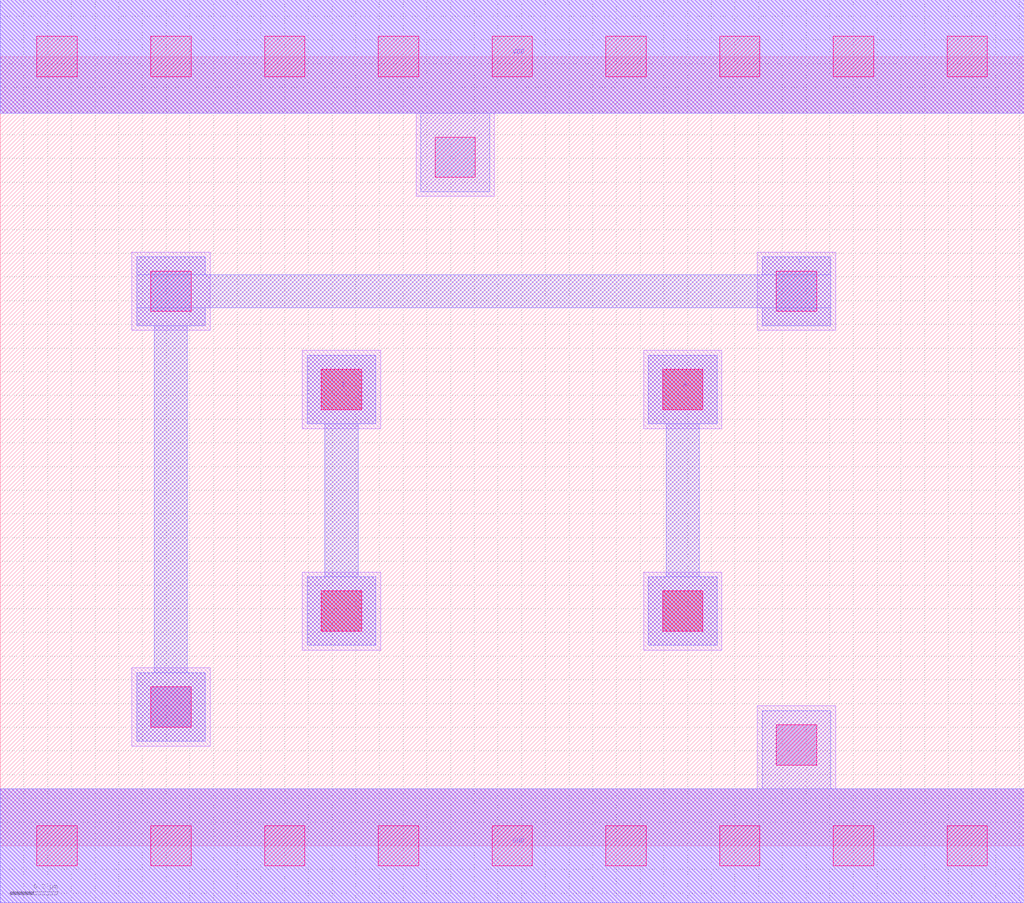
<source format=lef>
MACRO NAND2X1
 CLASS CORE ;
 FOREIGN NAND2X1 0 0 ;
 SIZE 4.32 BY 3.33 ;
 ORIGIN 0 0 ;
 SYMMETRY X Y R90 ;
 SITE unit ;
  PIN VDD
   DIRECTION INOUT ;
   USE POWER ;
   SHAPE ABUTMENT ;
    PORT
     CLASS CORE ;
       LAYER li1 ;
        RECT 0.00000000 3.09000000 4.32000000 3.57000000 ;
       LAYER met1 ;
        RECT 0.00000000 3.09000000 4.32000000 3.57000000 ;
    END
  END VDD

  PIN GND
   DIRECTION INOUT ;
   USE POWER ;
   SHAPE ABUTMENT ;
    PORT
     CLASS CORE ;
       LAYER li1 ;
        RECT 0.00000000 -0.24000000 4.32000000 0.24000000 ;
       LAYER met1 ;
        RECT 0.00000000 -0.24000000 4.32000000 0.24000000 ;
    END
  END GND

  PIN Y
   DIRECTION INOUT ;
   USE SIGNAL ;
   SHAPE ABUTMENT ;
    PORT
     CLASS CORE ;
       LAYER met1 ;
        RECT 0.57500000 0.44000000 0.86500000 0.73000000 ;
        RECT 0.65000000 0.73000000 0.79000000 2.19500000 ;
        RECT 0.57500000 2.19500000 0.86500000 2.27000000 ;
        RECT 3.21500000 2.19500000 3.50500000 2.27000000 ;
        RECT 0.57500000 2.27000000 3.50500000 2.41000000 ;
        RECT 0.57500000 2.41000000 0.86500000 2.48500000 ;
        RECT 3.21500000 2.41000000 3.50500000 2.48500000 ;
    END
  END Y

  PIN B
   DIRECTION INOUT ;
   USE SIGNAL ;
   SHAPE ABUTMENT ;
    PORT
     CLASS CORE ;
       LAYER met1 ;
        RECT 1.29500000 0.84500000 1.58500000 1.13500000 ;
        RECT 1.37000000 1.13500000 1.51000000 1.78000000 ;
        RECT 1.29500000 1.78000000 1.58500000 2.07000000 ;
    END
  END B

  PIN A
   DIRECTION INOUT ;
   USE SIGNAL ;
   SHAPE ABUTMENT ;
    PORT
     CLASS CORE ;
       LAYER met1 ;
        RECT 2.73500000 0.84500000 3.02500000 1.13500000 ;
        RECT 2.81000000 1.13500000 2.95000000 1.78000000 ;
        RECT 2.73500000 1.78000000 3.02500000 2.07000000 ;
    END
  END A

 OBS
    LAYER polycont ;
     RECT 1.35500000 0.90500000 1.52500000 1.07500000 ;
     RECT 2.79500000 0.90500000 2.96500000 1.07500000 ;
     RECT 1.35500000 1.84000000 1.52500000 2.01000000 ;
     RECT 2.79500000 1.84000000 2.96500000 2.01000000 ;

    LAYER pdiffc ;
     RECT 0.63500000 2.25500000 0.80500000 2.42500000 ;
     RECT 3.27500000 2.25500000 3.44500000 2.42500000 ;
     RECT 1.83500000 2.82000000 2.00500000 2.99000000 ;

    LAYER ndiffc ;
     RECT 3.27500000 0.34000000 3.44500000 0.51000000 ;
     RECT 0.63500000 0.50000000 0.80500000 0.67000000 ;

    LAYER li1 ;
     RECT 0.00000000 -0.24000000 4.32000000 0.24000000 ;
     RECT 3.19500000 0.24000000 3.52500000 0.59000000 ;
     RECT 0.55500000 0.42000000 0.88500000 0.75000000 ;
     RECT 1.27500000 0.82500000 1.60500000 1.15500000 ;
     RECT 2.71500000 0.82500000 3.04500000 1.15500000 ;
     RECT 1.27500000 1.76000000 1.60500000 2.09000000 ;
     RECT 2.71500000 1.76000000 3.04500000 2.09000000 ;
     RECT 0.55500000 2.17500000 0.88500000 2.50500000 ;
     RECT 3.19500000 2.17500000 3.52500000 2.50500000 ;
     RECT 1.75500000 2.74000000 2.08500000 3.09000000 ;
     RECT 0.00000000 3.09000000 4.32000000 3.57000000 ;

    LAYER viali ;
     RECT 0.15500000 -0.08500000 0.32500000 0.08500000 ;
     RECT 0.63500000 -0.08500000 0.80500000 0.08500000 ;
     RECT 1.11500000 -0.08500000 1.28500000 0.08500000 ;
     RECT 1.59500000 -0.08500000 1.76500000 0.08500000 ;
     RECT 2.07500000 -0.08500000 2.24500000 0.08500000 ;
     RECT 2.55500000 -0.08500000 2.72500000 0.08500000 ;
     RECT 3.03500000 -0.08500000 3.20500000 0.08500000 ;
     RECT 3.51500000 -0.08500000 3.68500000 0.08500000 ;
     RECT 3.99500000 -0.08500000 4.16500000 0.08500000 ;
     RECT 3.27500000 0.34000000 3.44500000 0.51000000 ;
     RECT 0.63500000 0.50000000 0.80500000 0.67000000 ;
     RECT 1.35500000 0.90500000 1.52500000 1.07500000 ;
     RECT 2.79500000 0.90500000 2.96500000 1.07500000 ;
     RECT 1.35500000 1.84000000 1.52500000 2.01000000 ;
     RECT 2.79500000 1.84000000 2.96500000 2.01000000 ;
     RECT 0.63500000 2.25500000 0.80500000 2.42500000 ;
     RECT 3.27500000 2.25500000 3.44500000 2.42500000 ;
     RECT 1.83500000 2.82000000 2.00500000 2.99000000 ;
     RECT 0.15500000 3.24500000 0.32500000 3.41500000 ;
     RECT 0.63500000 3.24500000 0.80500000 3.41500000 ;
     RECT 1.11500000 3.24500000 1.28500000 3.41500000 ;
     RECT 1.59500000 3.24500000 1.76500000 3.41500000 ;
     RECT 2.07500000 3.24500000 2.24500000 3.41500000 ;
     RECT 2.55500000 3.24500000 2.72500000 3.41500000 ;
     RECT 3.03500000 3.24500000 3.20500000 3.41500000 ;
     RECT 3.51500000 3.24500000 3.68500000 3.41500000 ;
     RECT 3.99500000 3.24500000 4.16500000 3.41500000 ;

    LAYER met1 ;
     RECT 0.00000000 -0.24000000 4.32000000 0.24000000 ;
     RECT 3.21500000 0.24000000 3.50500000 0.57000000 ;
     RECT 1.29500000 0.84500000 1.58500000 1.13500000 ;
     RECT 1.37000000 1.13500000 1.51000000 1.78000000 ;
     RECT 1.29500000 1.78000000 1.58500000 2.07000000 ;
     RECT 2.73500000 0.84500000 3.02500000 1.13500000 ;
     RECT 2.81000000 1.13500000 2.95000000 1.78000000 ;
     RECT 2.73500000 1.78000000 3.02500000 2.07000000 ;
     RECT 0.57500000 0.44000000 0.86500000 0.73000000 ;
     RECT 0.65000000 0.73000000 0.79000000 2.19500000 ;
     RECT 0.57500000 2.19500000 0.86500000 2.27000000 ;
     RECT 3.21500000 2.19500000 3.50500000 2.27000000 ;
     RECT 0.57500000 2.27000000 3.50500000 2.41000000 ;
     RECT 0.57500000 2.41000000 0.86500000 2.48500000 ;
     RECT 3.21500000 2.41000000 3.50500000 2.48500000 ;
     RECT 1.77500000 2.76000000 2.06500000 3.09000000 ;
     RECT 0.00000000 3.09000000 4.32000000 3.57000000 ;

 END
END NAND2X1

</source>
